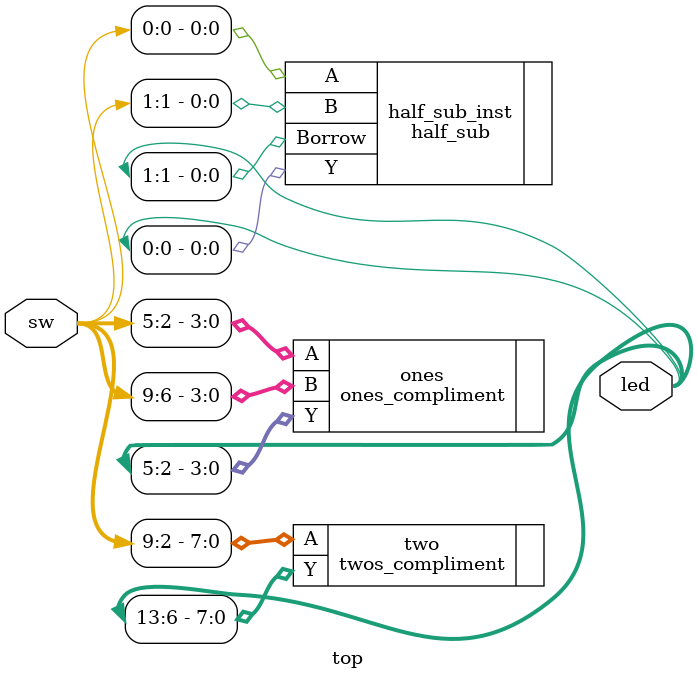
<source format=v>


module top (
    input [9:0]sw,
    output[13:0]led
);


half_sub half_sub_inst(
    .A(sw[0]),
    .B(sw[1]),
    .Y(led[0]),
    .Borrow(led[1])
);

    
ones_compliment ones(
    .A(sw[5:2]),
    .B(sw[9:6]),
    .Y(led[5:2])
);

    
twos_compliment two(
    .A(sw[9:2]),
    .Y(led[13:6])
);


endmodule



</source>
